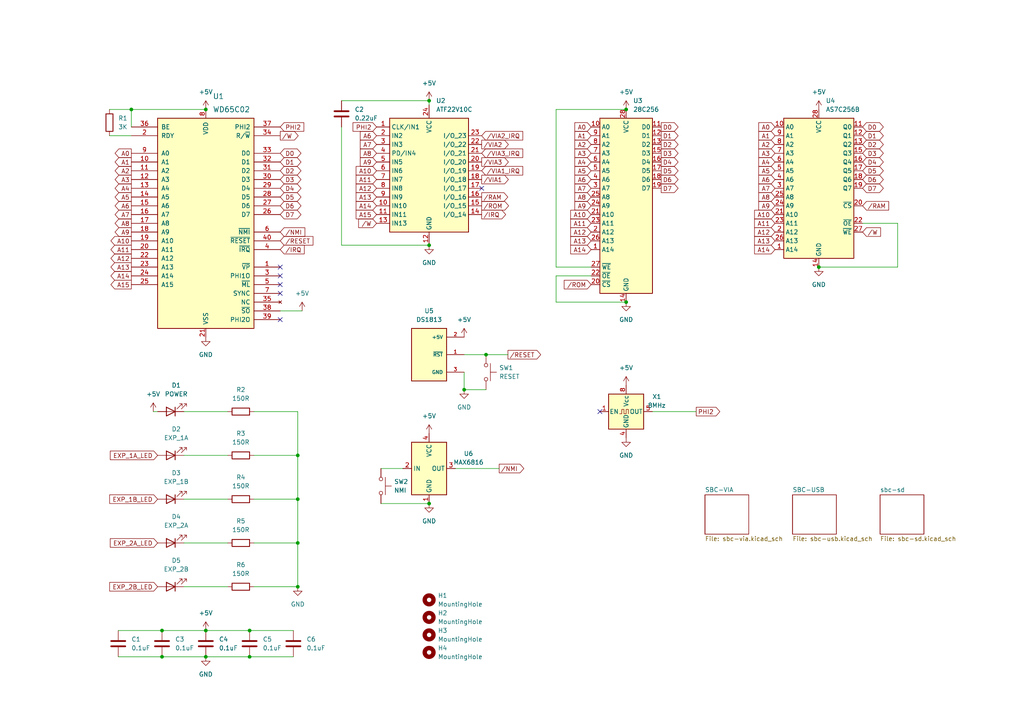
<source format=kicad_sch>
(kicad_sch (version 20211123) (generator eeschema)
  (paper "A4")
  (title_block (title "6502 SBC") (date "2023-02-07") (rev "2.3"))
  (lib_symbols
    (symbol "Device:C" (pin_numbers hide) (pin_names (offset 0.254))
      (property "Reference" "C" (at 0.635 2.54 0))
      (property "Value" "C" (at 0.635 -2.54 0))
      (symbol "C_0_1"
        (polyline (pts (xy -2.032 -0.762) (xy 2.032 -0.762)) (stroke (width 0.508)))
        (polyline (pts (xy -2.032 0.762) (xy 2.032 0.762)) (stroke (width 0.508)))
      )
      (symbol "C_1_1"
        (pin passive line (at 0 3.81 270) (length 2.794) (name "~") (number "1"))
        (pin passive line (at 0 -3.81 90) (length 2.794) (name "~") (number "2"))
      )
    )
    (symbol "Device:LED" (pin_numbers hide) (pin_names (offset 1.016) hide)
      (property "Reference" "D" (at 0 2.54 0))
      (property "Value" "LED" (at 0 -2.54 0))
      (symbol "LED_0_1"
        (polyline (pts (xy -1.27 -1.27) (xy -1.27 1.27)) (stroke (width 0.254)))
        (polyline (pts (xy -1.27 0) (xy 1.27 0)))
        (polyline (pts (xy 1.27 -1.27) (xy 1.27 1.27) (xy -1.27 0) (xy 1.27 -1.27)) (stroke (width 0.254)))
        (polyline (pts (xy -3.048 -0.762) (xy -4.572 -2.286) (xy -3.81 -2.286) (xy -4.572 -2.286) (xy -4.572 -1.524)))
        (polyline (pts (xy -1.778 -0.762) (xy -3.302 -2.286) (xy -2.54 -2.286) (xy -3.302 -2.286) (xy -3.302 -1.524)))
      )
      (symbol "LED_1_1"
        (pin passive line (at -3.81 0 0) (length 2.54) (name "K") (number "1"))
        (pin passive line (at 3.81 0 180) (length 2.54) (name "A") (number "2"))
      )
    )
    (symbol "Device:R" (pin_numbers hide) (pin_names (offset 0))
      (property "Reference" "R" (at 2.032 0 90))
      (property "Value" "R" (at 0 0 90))
      (symbol "R_0_1"
        (rectangle (start -1.016 -2.54) (end 1.016 2.54) (stroke (width 0.254)))
      )
      (symbol "R_1_1"
        (pin passive line (at 0 3.81 270) (length 1.27) (name "~") (number "1"))
        (pin passive line (at 0 -3.81 90) (length 1.27) (name "~") (number "2"))
      )
    )
    (symbol "Interface:MAX6816"
      (property "Reference" "U" (at 2.54 8.89 0))
      (property "Value" "MAX6816" (at 5.08 -8.89 0))
      (symbol "MAX6816_0_1"
        (rectangle (start -5.08 7.62) (end 5.08 -7.62) (stroke (width 0.254)) (fill (type background)))
      )
      (symbol "MAX6816_1_1"
        (pin power_in line (at 0 -10.16 90) (length 2.54) (name "GND") (number "1"))
        (pin input line (at -7.62 0 0) (length 2.54) (name "IN") (number "2"))
        (pin output line (at 7.62 0 180) (length 2.54) (name "OUT") (number "3"))
        (pin power_in line (at 0 10.16 270) (length 2.54) (name "VCC") (number "4"))
      )
    )
    (symbol "Mechanical:MountingHole" (pin_names (offset 1.016))
      (property "Reference" "H" (at 0 5.08 0))
      (property "Value" "MountingHole" (at 0 3.175 0))
      (symbol "MountingHole_0_1"
        (circle (center 0 0) (radius 1.27) (stroke (width 1.27)))
      )
    )
    (symbol "Memory_EEPROM:28C256"
      (property "Reference" "U" (at -7.62 26.67 0))
      (property "Value" "28C256" (at 2.54 -26.67 0))
      (symbol "28C256_1_1"
        (rectangle (start -7.62 25.4) (end 7.62 -25.4) (stroke (width 0.254)) (fill (type background)))
        (pin input line (at -10.16 -12.7 0) (length 2.54) (name "A14") (number "1"))
        (pin input line (at -10.16 22.86 0) (length 2.54) (name "A0") (number "10"))
        (pin tri_state line (at 10.16 22.86 180) (length 2.54) (name "D0") (number "11"))
        (pin tri_state line (at 10.16 20.32 180) (length 2.54) (name "D1") (number "12"))
        (pin tri_state line (at 10.16 17.78 180) (length 2.54) (name "D2") (number "13"))
        (pin power_in line (at 0 -27.94 90) (length 2.54) (name "GND") (number "14"))
        (pin tri_state line (at 10.16 15.24 180) (length 2.54) (name "D3") (number "15"))
        (pin tri_state line (at 10.16 12.7 180) (length 2.54) (name "D4") (number "16"))
        (pin tri_state line (at 10.16 10.16 180) (length 2.54) (name "D5") (number "17"))
        (pin tri_state line (at 10.16 7.62 180) (length 2.54) (name "D6") (number "18"))
        (pin tri_state line (at 10.16 5.08 180) (length 2.54) (name "D7") (number "19"))
        (pin input line (at -10.16 -7.62 0) (length 2.54) (name "A12") (number "2"))
        (pin input line (at -10.16 -22.86 0) (length 2.54) (name "~{CS}") (number "20"))
        (pin input line (at -10.16 -2.54 0) (length 2.54) (name "A10") (number "21"))
        (pin input line (at -10.16 -20.32 0) (length 2.54) (name "~{OE}") (number "22"))
        (pin input line (at -10.16 -5.08 0) (length 2.54) (name "A11") (number "23"))
        (pin input line (at -10.16 0 0) (length 2.54) (name "A9") (number "24"))
        (pin input line (at -10.16 2.54 0) (length 2.54) (name "A8") (number "25"))
        (pin input line (at -10.16 -10.16 0) (length 2.54) (name "A13") (number "26"))
        (pin input line (at -10.16 -17.78 0) (length 2.54) (name "~{WE}") (number "27"))
        (pin power_in line (at 0 27.94 270) (length 2.54) (name "VCC") (number "28"))
        (pin input line (at -10.16 5.08 0) (length 2.54) (name "A7") (number "3"))
        (pin input line (at -10.16 7.62 0) (length 2.54) (name "A6") (number "4"))
        (pin input line (at -10.16 10.16 0) (length 2.54) (name "A5") (number "5"))
        (pin input line (at -10.16 12.7 0) (length 2.54) (name "A4") (number "6"))
        (pin input line (at -10.16 15.24 0) (length 2.54) (name "A3") (number "7"))
        (pin input line (at -10.16 17.78 0) (length 2.54) (name "A2") (number "8"))
        (pin input line (at -10.16 20.32 0) (length 2.54) (name "A1") (number "9"))
      )
    )
    (symbol "Memory_RAM:HM62256BLP"
      (property "Reference" "U" (at -10.16 20.955 0))
      (property "Value" "HM62256BLP" (at 2.54 20.955 0))
      (symbol "HM62256BLP_0_0"
        (pin power_in line (at 0 -22.86 90) (length 2.54) (name "GND") (number "14"))
        (pin power_in line (at 0 22.86 270) (length 2.54) (name "VCC") (number "28"))
      )
      (symbol "HM62256BLP_0_1"
        (rectangle (start -10.16 20.32) (end 10.16 -20.32) (stroke (width 0.254)) (fill (type background)))
      )
      (symbol "HM62256BLP_1_1"
        (pin input line (at -12.7 -17.78 0) (length 2.54) (name "A14") (number "1"))
        (pin input line (at -12.7 17.78 0) (length 2.54) (name "A0") (number "10"))
        (pin tri_state line (at 12.7 17.78 180) (length 2.54) (name "Q0") (number "11"))
        (pin tri_state line (at 12.7 15.24 180) (length 2.54) (name "Q1") (number "12"))
        (pin tri_state line (at 12.7 12.7 180) (length 2.54) (name "Q2") (number "13"))
        (pin tri_state line (at 12.7 10.16 180) (length 2.54) (name "Q3") (number "15"))
        (pin tri_state line (at 12.7 7.62 180) (length 2.54) (name "Q4") (number "16"))
        (pin tri_state line (at 12.7 5.08 180) (length 2.54) (name "Q5") (number "17"))
        (pin tri_state line (at 12.7 2.54 180) (length 2.54) (name "Q6") (number "18"))
        (pin tri_state line (at 12.7 0 180) (length 2.54) (name "Q7") (number "19"))
        (pin input line (at -12.7 -12.7 0) (length 2.54) (name "A12") (number "2"))
        (pin input line (at 12.7 -5.08 180) (length 2.54) (name "~{CS}") (number "20"))
        (pin input line (at -12.7 -7.62 0) (length 2.54) (name "A10") (number "21"))
        (pin input line (at 12.7 -10.16 180) (length 2.54) (name "~{OE}") (number "22"))
        (pin input line (at -12.7 -10.16 0) (length 2.54) (name "A11") (number "23"))
        (pin input line (at -12.7 -5.08 0) (length 2.54) (name "A9") (number "24"))
        (pin input line (at -12.7 -2.54 0) (length 2.54) (name "A8") (number "25"))
        (pin input line (at -12.7 -15.24 0) (length 2.54) (name "A13") (number "26"))
        (pin input line (at 12.7 -12.7 180) (length 2.54) (name "~{WE}") (number "27"))
        (pin input line (at -12.7 0 0) (length 2.54) (name "A7") (number "3"))
        (pin input line (at -12.7 2.54 0) (length 2.54) (name "A6") (number "4"))
        (pin input line (at -12.7 5.08 0) (length 2.54) (name "A5") (number "5"))
        (pin input line (at -12.7 7.62 0) (length 2.54) (name "A4") (number "6"))
        (pin input line (at -12.7 10.16 0) (length 2.54) (name "A3") (number "7"))
        (pin input line (at -12.7 12.7 0) (length 2.54) (name "A2") (number "8"))
        (pin input line (at -12.7 15.24 0) (length 2.54) (name "A1") (number "9"))
      )
    )
    (symbol "Oscillator:CXO_DIP8" (pin_names (offset 0.254))
      (property "Reference" "X" (at -5.08 6.35 0))
      (property "Value" "CXO_DIP8" (at 1.27 -6.35 0))
      (symbol "CXO_DIP8_0_1"
        (rectangle (start -5.08 5.08) (end 5.08 -5.08) (stroke (width 0.254)) (fill (type background)))
        (polyline (pts (xy -1.905 -0.635) (xy -1.27 -0.635) (xy -1.27 0.635) (xy -0.635 0.635) (xy -0.635 -0.635) (xy 0 -0.635) (xy 0 0.635) (xy 0.635 0.635) (xy 0.635 -0.635)))
      )
      (symbol "CXO_DIP8_1_1"
        (pin input line (at -7.62 0 0) (length 2.54) (name "EN") (number "1"))
        (pin power_in line (at 0 -7.62 90) (length 2.54) (name "GND") (number "4"))
        (pin output line (at 7.62 0 180) (length 2.54) (name "OUT") (number "5"))
        (pin power_in line (at 0 7.62 270) (length 2.54) (name "Vcc") (number "8"))
      )
    )
    (symbol "Project_Logic_Programmable:ATF22V10C"
      (property "Reference" "U" (at -11.43 19.05 0))
      (property "Value" "ATF22V10C" (at 0 0 90))
      (symbol "ATF22V10C_0_1"
        (rectangle (start -11.43 17.78) (end 11.43 -15.24) (stroke (width 0.254)) (fill (type background)))
      )
      (symbol "ATF22V10C_1_1"
        (pin input line (at -15.24 15.24 0) (length 3.81) (name "CLK/IN1") (number "1"))
        (pin input line (at -15.24 -7.62 0) (length 3.81) (name "IN10") (number "10"))
        (pin input line (at -15.24 -10.16 0) (length 3.81) (name "IN11") (number "11"))
        (pin power_in line (at 0 -19.05 90) (length 3.81) (name "GND") (number "12"))
        (pin input line (at -15.24 -12.7 0) (length 3.81) (name "IN13") (number "13"))
        (pin bidirectional line (at 15.24 -10.16 180) (length 3.81) (name "I/O_14") (number "14"))
        (pin bidirectional line (at 15.24 -7.62 180) (length 3.81) (name "I/O_15") (number "15"))
        (pin bidirectional line (at 15.24 -5.08 180) (length 3.81) (name "I/O_16") (number "16"))
        (pin bidirectional line (at 15.24 -2.54 180) (length 3.81) (name "I/O_17") (number "17"))
        (pin bidirectional line (at 15.24 0 180) (length 3.81) (name "I/O_18") (number "18"))
        (pin bidirectional line (at 15.24 2.54 180) (length 3.81) (name "I/O_19") (number "19"))
        (pin input line (at -15.24 12.7 0) (length 3.81) (name "IN2") (number "2"))
        (pin bidirectional line (at 15.24 5.08 180) (length 3.81) (name "I/O_20") (number "20"))
        (pin bidirectional line (at 15.24 7.62 180) (length 3.81) (name "I/O_21") (number "21"))
        (pin bidirectional line (at 15.24 10.16 180) (length 3.81) (name "I/O_22") (number "22"))
        (pin bidirectional line (at 15.24 12.7 180) (length 3.81) (name "I/O_23") (number "23"))
        (pin power_in line (at 0 21.59 270) (length 3.81) (name "VCC") (number "24"))
        (pin input line (at -15.24 10.16 0) (length 3.81) (name "IN3") (number "3"))
        (pin input line (at -15.24 7.62 0) (length 3.81) (name "PD/IN4") (number "4"))
        (pin input line (at -15.24 5.08 0) (length 3.81) (name "IN5") (number "5"))
        (pin input line (at -15.24 2.54 0) (length 3.81) (name "IN6") (number "6"))
        (pin input line (at -15.24 0 0) (length 3.81) (name "IN7") (number "7"))
        (pin input line (at -15.24 -2.54 0) (length 3.81) (name "IN8") (number "8"))
        (pin input line (at -15.24 -5.08 0) (length 3.81) (name "IN9") (number "9"))
      )
    )
    (symbol "Project_MCU_WD_65Cxx:WD65C02" (pin_names (offset 1.016))
      (property "Reference" "U" (at -13.97 31.75 0))
      (property "Value" "WD65C02" (at 0 0 0))
      (symbol "WD65C02_0_1"
        (rectangle (start -13.97 30.48) (end 13.97 -30.48) (stroke (width 0.254)) (fill (type background)))
      )
      (symbol "WD65C02_1_1"
        (pin output line (at 21.59 -12.7 180) (length 7.62) (name "~{VP}") (number "1"))
        (pin output line (at -21.59 17.78 0) (length 7.62) (name "A1") (number "10"))
        (pin output line (at -21.59 15.24 0) (length 7.62) (name "A2") (number "11"))
        (pin output line (at -21.59 12.7 0) (length 7.62) (name "A3") (number "12"))
        (pin output line (at -21.59 10.16 0) (length 7.62) (name "A4") (number "13"))
        (pin output line (at -21.59 7.62 0) (length 7.62) (name "A5") (number "14"))
        (pin output line (at -21.59 5.08 0) (length 7.62) (name "A6") (number "15"))
        (pin output line (at -21.59 2.54 0) (length 7.62) (name "A7") (number "16"))
        (pin output line (at -21.59 0 0) (length 7.62) (name "A8") (number "17"))
        (pin output line (at -21.59 -2.54 0) (length 7.62) (name "A9") (number "18"))
        (pin output line (at -21.59 -5.08 0) (length 7.62) (name "A10") (number "19"))
        (pin bidirectional line (at -21.59 25.4 0) (length 7.62) (name "RDY") (number "2"))
        (pin output line (at -21.59 -7.62 0) (length 7.62) (name "A11") (number "20"))
        (pin power_in line (at 0 -33.02 90) (length 2.54) (name "VSS") (number "21"))
        (pin output line (at -21.59 -10.16 0) (length 7.62) (name "A12") (number "22"))
        (pin output line (at -21.59 -12.7 0) (length 7.62) (name "A13") (number "23"))
        (pin output line (at -21.59 -15.24 0) (length 7.62) (name "A14") (number "24"))
        (pin output line (at -21.59 -17.78 0) (length 7.62) (name "A15") (number "25"))
        (pin tri_state line (at 21.59 2.54 180) (length 7.62) (name "D7") (number "26"))
        (pin tri_state line (at 21.59 5.08 180) (length 7.62) (name "D6") (number "27"))
        (pin tri_state line (at 21.59 7.62 180) (length 7.62) (name "D5") (number "28"))
        (pin tri_state line (at 21.59 10.16 180) (length 7.62) (name "D4") (number "29"))
        (pin output line (at 21.59 -15.24 180) (length 7.62) (name "PHI1O") (number "3"))
        (pin tri_state line (at 21.59 12.7 180) (length 7.62) (name "D3") (number "30"))
        (pin tri_state line (at 21.59 15.24 180) (length 7.62) (name "D2") (number "31"))
        (pin tri_state line (at 21.59 17.78 180) (length 7.62) (name "D1") (number "32"))
        (pin tri_state line (at 21.59 20.32 180) (length 7.62) (name "D0") (number "33"))
        (pin output line (at 21.59 25.4 180) (length 7.62) (name "R/~{W}") (number "34"))
        (pin no_connect line (at 21.59 -22.86 180) (length 7.62) (name "NC") (number "35"))
        (pin input line (at -21.59 27.94 0) (length 7.62) (name "BE") (number "36"))
        (pin input line (at 21.59 27.94 180) (length 7.62) (name "PHI2") (number "37"))
        (pin input line (at 21.59 -25.4 180) (length 7.62) (name "~{SO}") (number "38"))
        (pin output line (at 21.59 -27.94 180) (length 7.62) (name "PHI2O") (number "39"))
        (pin input line (at 21.59 -7.62 180) (length 7.62) (name "~{IRQ}") (number "4"))
        (pin input line (at 21.59 -5.08 180) (length 7.62) (name "~{RESET}") (number "40"))
        (pin output line (at 21.59 -17.78 180) (length 7.62) (name "~{ML}") (number "5"))
        (pin input line (at 21.59 -2.54 180) (length 7.62) (name "~{NMI}") (number "6"))
        (pin output line (at 21.59 -20.32 180) (length 7.62) (name "SYNC") (number "7"))
        (pin power_in line (at 0 33.02 270) (length 2.54) (name "VDD") (number "8"))
        (pin output line (at -21.59 20.32 0) (length 7.62) (name "A0") (number "9"))
      )
    )
    (symbol "Project_Power_Supervisor:DS1813" (pin_names (offset 1.016))
      (property "Reference" "U" (at -5.08 7.62 0))
      (property "Value" "DS1813" (at 0 0 90))
      (symbol "DS1813_0_1"
        (rectangle (start -5.08 7.62) (end 5.08 -7.62) (stroke (width 0.254)) (fill (type background)))
      )
      (symbol "DS1813_1_1"
        (pin output line (at 10.16 0 180) (length 5.08) (name "~{RST}") (number "1"))
        (pin power_in line (at 10.16 5.08 180) (length 5.08) (name "+5V") (number "2"))
        (pin power_in line (at 10.16 -5.08 180) (length 5.08) (name "GND") (number "3"))
      )
    )
    (symbol "Switch:SW_Push" (pin_numbers hide) (pin_names (offset 1.016) hide)
      (property "Reference" "SW" (at 1.27 2.54 0))
      (property "Value" "SW_Push" (at 0 -1.524 0))
      (symbol "SW_Push_0_1"
        (circle (center -2.032 0) (radius 0.508))
        (polyline (pts (xy 0 1.27) (xy 0 3.048)))
        (polyline (pts (xy 2.54 1.27) (xy -2.54 1.27)))
        (circle (center 2.032 0) (radius 0.508))
        (pin passive line (at -5.08 0 0) (length 2.54) (name "1") (number "1"))
        (pin passive line (at 5.08 0 180) (length 2.54) (name "2") (number "2"))
      )
    )
    (symbol "power:+5V" (power) (pin_names (offset 0))
      (property "Value" "+5V" (at 0 3.556 0))
      (symbol "+5V_0_1"
        (polyline (pts (xy -0.762 1.27) (xy 0 2.54)))
        (polyline (pts (xy 0 0) (xy 0 2.54)))
        (polyline (pts (xy 0 2.54) (xy 0.762 1.27)))
      )
      (symbol "+5V_1_1"
        (pin power_in line (at 0 0 90) (length 0) hide (name "+5V") (number "1"))
      )
    )
    (symbol "power:GND" (power) (pin_names (offset 0))
      (property "Value" "GND" (at 0 -3.81 0))
      (symbol "GND_0_1"
        (polyline (pts (xy 0 0) (xy 0 -1.27) (xy 1.27 -1.27) (xy 0 -2.54) (xy -1.27 -1.27) (xy 0 -1.27)))
      )
      (symbol "GND_1_1"
        (pin power_in line (at 0 0 270) (length 0) hide (name "GND") (number "1"))
      )
    )
  )
  (junction (at 59.69 190.5))
  (junction (at 86.36 132.08))
  (junction (at 237.49 77.47))
  (junction (at 181.61 31.75))
  (junction (at 86.36 170.18))
  (junction (at 72.39 190.5))
  (junction (at 124.46 146.05))
  (junction (at 140.97 102.87))
  (junction (at 59.69 182.88))
  (junction (at 46.99 182.88))
  (junction (at 124.46 71.12))
  (junction (at 86.36 157.48))
  (junction (at 134.62 113.03))
  (junction (at 59.69 31.75))
  (junction (at 124.46 29.21))
  (junction (at 86.36 144.78))
  (junction (at 72.39 182.88))
  (junction (at 46.99 190.5))
  (junction (at 38.1 31.75))
  (junction (at 181.61 87.63))
  (no_connect (at 139.7 54.61))
  (no_connect (at 81.28 77.47))
  (no_connect (at 81.28 92.71))
  (no_connect (at 81.28 80.01))
  (no_connect (at 81.28 82.55))
  (no_connect (at 81.28 85.09))
  (no_connect (at 173.99 119.38))
  (wire (pts (xy 140.97 102.87) (xy 147.32 102.87)))
  (wire (pts (xy 86.36 132.08) (xy 86.36 144.78)))
  (wire (pts (xy 260.35 77.47) (xy 237.49 77.47)))
  (wire (pts (xy 73.66 170.18) (xy 86.36 170.18)))
  (wire (pts (xy 44.45 119.38) (xy 45.72 119.38)))
  (wire (pts (xy 73.66 144.78) (xy 86.36 144.78)))
  (wire (pts (xy 31.75 39.37) (xy 38.1 39.37)))
  (wire (pts (xy 72.39 190.5) (xy 85.09 190.5)))
  (wire (pts (xy 134.62 102.87) (xy 140.97 102.87)))
  (wire (pts (xy 73.66 119.38) (xy 86.36 119.38)))
  (wire (pts (xy 110.49 135.89) (xy 116.84 135.89)))
  (wire (pts (xy 99.06 29.21) (xy 124.46 29.21)))
  (wire (pts (xy 38.1 31.75) (xy 59.69 31.75)))
  (wire (pts (xy 86.36 119.38) (xy 86.36 132.08)))
  (wire (pts (xy 53.34 170.18) (xy 66.04 170.18)))
  (wire (pts (xy 86.36 144.78) (xy 86.36 157.48)))
  (wire (pts (xy 72.39 182.88) (xy 85.09 182.88)))
  (wire (pts (xy 260.35 64.77) (xy 260.35 77.47)))
  (wire (pts (xy 53.34 157.48) (xy 66.04 157.48)))
  (wire (pts (xy 46.99 182.88) (xy 59.69 182.88)))
  (wire (pts (xy 59.69 182.88) (xy 72.39 182.88)))
  (wire (pts (xy 110.49 146.05) (xy 124.46 146.05)))
  (wire (pts (xy 161.29 77.47) (xy 161.29 31.75)))
  (wire (pts (xy 99.06 36.83) (xy 99.06 71.12)))
  (wire (pts (xy 34.29 182.88) (xy 46.99 182.88)))
  (wire (pts (xy 59.69 190.5) (xy 72.39 190.5)))
  (wire (pts (xy 161.29 77.47) (xy 171.45 77.47)))
  (wire (pts (xy 53.34 144.78) (xy 66.04 144.78)))
  (wire (pts (xy 250.19 64.77) (xy 260.35 64.77)))
  (wire (pts (xy 86.36 157.48) (xy 86.36 170.18)))
  (wire (pts (xy 73.66 132.08) (xy 86.36 132.08)))
  (wire (pts (xy 161.29 80.01) (xy 161.29 87.63)))
  (wire (pts (xy 132.08 135.89) (xy 144.78 135.89)))
  (wire (pts (xy 171.45 80.01) (xy 161.29 80.01)))
  (wire (pts (xy 66.04 119.38) (xy 53.34 119.38)))
  (wire (pts (xy 189.23 119.38) (xy 201.93 119.38)))
  (wire (pts (xy 31.75 31.75) (xy 38.1 31.75)))
  (wire (pts (xy 161.29 87.63) (xy 181.61 87.63)))
  (wire (pts (xy 134.62 113.03) (xy 140.97 113.03)))
  (wire (pts (xy 124.46 29.21) (xy 124.46 30.48)))
  (wire (pts (xy 161.29 31.75) (xy 181.61 31.75)))
  (wire (pts (xy 38.1 36.83) (xy 38.1 31.75)))
  (wire (pts (xy 99.06 71.12) (xy 124.46 71.12)))
  (wire (pts (xy 73.66 157.48) (xy 86.36 157.48)))
  (wire (pts (xy 53.34 132.08) (xy 66.04 132.08)))
  (wire (pts (xy 34.29 190.5) (xy 46.99 190.5)))
  (wire (pts (xy 46.99 190.5) (xy 59.69 190.5)))
  (wire (pts (xy 81.28 90.17) (xy 87.63 90.17)))
  (wire (pts (xy 134.62 107.95) (xy 134.62 113.03)))
  (global_label "A10" (shape output) (at 38.1 69.85 180) (property "Intersheet References" "${INTERSHEET_REFS}" (effects hide)))
  (global_label "PHI2" (shape output) (at 201.93 119.38 0) (property "Intersheet References" "${INTERSHEET_REFS}" (effects hide)))
  (global_label "A13" (shape output) (at 38.1 77.47 180) (property "Intersheet References" "${INTERSHEET_REFS}" (effects hide)))
  (global_label "A8" (shape input) (at 224.79 57.15 180) (property "Intersheet References" "${INTERSHEET_REFS}" (effects hide)))
  (global_label "A4" (shape output) (at 38.1 54.61 180) (property "Intersheet References" "${INTERSHEET_REFS}" (effects hide)))
  (global_label "A11" (shape input) (at 109.22 52.07 180) (property "Intersheet References" "${INTERSHEET_REFS}" (effects hide)))
  (global_label "A10" (shape input) (at 171.45 62.23 180) (property "Intersheet References" "${INTERSHEET_REFS}" (effects hide)))
  (global_label "D6" (shape bidirectional) (at 250.19 52.07 0) (property "Intersheet References" "${INTERSHEET_REFS}" (effects hide)))
  (global_label "{slash}ROM" (shape output) (at 139.7 59.69 0) (property "Intersheet References" "${INTERSHEET_REFS}" (effects hide)))
  (global_label "A8" (shape output) (at 38.1 64.77 180) (property "Intersheet References" "${INTERSHEET_REFS}" (effects hide)))
  (global_label "A5" (shape input) (at 171.45 49.53 180) (property "Intersheet References" "${INTERSHEET_REFS}" (effects hide)))
  (global_label "{slash}VIA2_IRQ" (shape input) (at 139.7 39.37 0) (property "Intersheet References" "${INTERSHEET_REFS}" (effects hide)))
  (global_label "A4" (shape input) (at 171.45 46.99 180) (property "Intersheet References" "${INTERSHEET_REFS}" (effects hide)))
  (global_label "A5" (shape input) (at 224.79 49.53 180) (property "Intersheet References" "${INTERSHEET_REFS}" (effects hide)))
  (global_label "A9" (shape input) (at 109.22 46.99 180) (property "Intersheet References" "${INTERSHEET_REFS}" (effects hide)))
  (global_label "A9" (shape output) (at 38.1 67.31 180) (property "Intersheet References" "${INTERSHEET_REFS}" (effects hide)))
  (global_label "EXP_1A_LED" (shape input) (at 45.72 132.08 180) (property "Intersheet References" "${INTERSHEET_REFS}" (effects hide)))
  (global_label "A12" (shape input) (at 109.22 54.61 180) (property "Intersheet References" "${INTERSHEET_REFS}" (effects hide)))
  (global_label "{slash}RAM" (shape output) (at 139.7 57.15 0) (property "Intersheet References" "${INTERSHEET_REFS}" (effects hide)))
  (global_label "A7" (shape input) (at 224.79 54.61 180) (property "Intersheet References" "${INTERSHEET_REFS}" (effects hide)))
  (global_label "D6" (shape output) (at 191.77 52.07 0) (property "Intersheet References" "${INTERSHEET_REFS}" (effects hide)))
  (global_label "D3" (shape bidirectional) (at 81.28 52.07 0) (property "Intersheet References" "${INTERSHEET_REFS}" (effects hide)))
  (global_label "A6" (shape input) (at 109.22 39.37 180) (property "Intersheet References" "${INTERSHEET_REFS}" (effects hide)))
  (global_label "A3" (shape output) (at 38.1 52.07 180) (property "Intersheet References" "${INTERSHEET_REFS}" (effects hide)))
  (global_label "A12" (shape input) (at 171.45 67.31 180) (property "Intersheet References" "${INTERSHEET_REFS}" (effects hide)))
  (global_label "PHI2" (shape input) (at 109.22 36.83 180) (property "Intersheet References" "${INTERSHEET_REFS}" (effects hide)))
  (global_label "{slash}RESET" (shape output) (at 147.32 102.87 0) (property "Intersheet References" "${INTERSHEET_REFS}" (effects hide)))
  (global_label "A12" (shape output) (at 38.1 74.93 180) (property "Intersheet References" "${INTERSHEET_REFS}" (effects hide)))
  (global_label "{slash}VIA3_IRQ" (shape input) (at 139.7 44.45 0) (property "Intersheet References" "${INTERSHEET_REFS}" (effects hide)))
  (global_label "{slash}VIA3" (shape output) (at 139.7 46.99 0) (property "Intersheet References" "${INTERSHEET_REFS}" (effects hide)))
  (global_label "{slash}VIA1_IRQ" (shape input) (at 139.7 49.53 0) (property "Intersheet References" "${INTERSHEET_REFS}" (effects hide)))
  (global_label "A8" (shape input) (at 171.45 57.15 180) (property "Intersheet References" "${INTERSHEET_REFS}" (effects hide)))
  (global_label "A11" (shape input) (at 171.45 64.77 180) (property "Intersheet References" "${INTERSHEET_REFS}" (effects hide)))
  (global_label "D7" (shape bidirectional) (at 81.28 62.23 0) (property "Intersheet References" "${INTERSHEET_REFS}" (effects hide)))
  (global_label "A13" (shape input) (at 224.79 69.85 180) (property "Intersheet References" "${INTERSHEET_REFS}" (effects hide)))
  (global_label "A5" (shape output) (at 38.1 57.15 180) (property "Intersheet References" "${INTERSHEET_REFS}" (effects hide)))
  (global_label "EXP_1B_LED" (shape input) (at 45.72 144.78 180) (property "Intersheet References" "${INTERSHEET_REFS}" (effects hide)))
  (global_label "{slash}ROM" (shape input) (at 171.45 82.55 180) (property "Intersheet References" "${INTERSHEET_REFS}" (effects hide)))
  (global_label "A1" (shape output) (at 38.1 46.99 180) (property "Intersheet References" "${INTERSHEET_REFS}" (effects hide)))
  (global_label "A10" (shape input) (at 224.79 62.23 180) (property "Intersheet References" "${INTERSHEET_REFS}" (effects hide)))
  (global_label "A6" (shape input) (at 224.79 52.07 180) (property "Intersheet References" "${INTERSHEET_REFS}" (effects hide)))
  (global_label "A7" (shape output) (at 38.1 62.23 180) (property "Intersheet References" "${INTERSHEET_REFS}" (effects hide)))
  (global_label "A0" (shape input) (at 224.79 36.83 180) (property "Intersheet References" "${INTERSHEET_REFS}" (effects hide)))
  (global_label "A14" (shape input) (at 224.79 72.39 180) (property "Intersheet References" "${INTERSHEET_REFS}" (effects hide)))
  (global_label "{slash}RESET" (shape input) (at 81.28 69.85 0) (property "Intersheet References" "${INTERSHEET_REFS}" (effects hide)))
  (global_label "EXP_2A_LED" (shape input) (at 45.72 157.48 180) (property "Intersheet References" "${INTERSHEET_REFS}" (effects hide)))
  (global_label "A15" (shape output) (at 38.1 82.55 180) (property "Intersheet References" "${INTERSHEET_REFS}" (effects hide)))
  (global_label "A14" (shape input) (at 171.45 72.39 180) (property "Intersheet References" "${INTERSHEET_REFS}" (effects hide)))
  (global_label "A14" (shape output) (at 38.1 80.01 180) (property "Intersheet References" "${INTERSHEET_REFS}" (effects hide)))
  (global_label "A3" (shape input) (at 224.79 44.45 180) (property "Intersheet References" "${INTERSHEET_REFS}" (effects hide)))
  (global_label "D0" (shape bidirectional) (at 250.19 36.83 0) (property "Intersheet References" "${INTERSHEET_REFS}" (effects hide)))
  (global_label "{slash}W" (shape input) (at 109.22 64.77 180) (property "Intersheet References" "${INTERSHEET_REFS}" (effects hide)))
  (global_label "D5" (shape bidirectional) (at 81.28 57.15 0) (property "Intersheet References" "${INTERSHEET_REFS}" (effects hide)))
  (global_label "{slash}W" (shape output) (at 81.28 39.37 0) (property "Intersheet References" "${INTERSHEET_REFS}" (effects hide)))
  (global_label "A0" (shape input) (at 171.45 36.83 180) (property "Intersheet References" "${INTERSHEET_REFS}" (effects hide)))
  (global_label "A15" (shape input) (at 109.22 62.23 180) (property "Intersheet References" "${INTERSHEET_REFS}" (effects hide)))
  (global_label "A14" (shape input) (at 109.22 59.69 180) (property "Intersheet References" "${INTERSHEET_REFS}" (effects hide)))
  (global_label "A2" (shape output) (at 38.1 49.53 180) (property "Intersheet References" "${INTERSHEET_REFS}" (effects hide)))
  (global_label "A1" (shape input) (at 224.79 39.37 180) (property "Intersheet References" "${INTERSHEET_REFS}" (effects hide)))
  (global_label "A9" (shape input) (at 224.79 59.69 180) (property "Intersheet References" "${INTERSHEET_REFS}" (effects hide)))
  (global_label "D3" (shape output) (at 191.77 44.45 0) (property "Intersheet References" "${INTERSHEET_REFS}" (effects hide)))
  (global_label "D4" (shape bidirectional) (at 250.19 46.99 0) (property "Intersheet References" "${INTERSHEET_REFS}" (effects hide)))
  (global_label "A2" (shape input) (at 171.45 41.91 180) (property "Intersheet References" "${INTERSHEET_REFS}" (effects hide)))
  (global_label "A13" (shape input) (at 109.22 57.15 180) (property "Intersheet References" "${INTERSHEET_REFS}" (effects hide)))
  (global_label "A6" (shape output) (at 38.1 59.69 180) (property "Intersheet References" "${INTERSHEET_REFS}" (effects hide)))
  (global_label "A10" (shape input) (at 109.22 49.53 180) (property "Intersheet References" "${INTERSHEET_REFS}" (effects hide)))
  (global_label "D1" (shape bidirectional) (at 250.19 39.37 0) (property "Intersheet References" "${INTERSHEET_REFS}" (effects hide)))
  (global_label "D7" (shape bidirectional) (at 250.19 54.61 0) (property "Intersheet References" "${INTERSHEET_REFS}" (effects hide)))
  (global_label "PHI2" (shape input) (at 81.28 36.83 0) (property "Intersheet References" "${INTERSHEET_REFS}" (effects hide)))
  (global_label "{slash}W" (shape input) (at 250.19 67.31 0) (property "Intersheet References" "${INTERSHEET_REFS}" (effects hide)))
  (global_label "D4" (shape output) (at 191.77 46.99 0) (property "Intersheet References" "${INTERSHEET_REFS}" (effects hide)))
  (global_label "{slash}VIA1" (shape output) (at 139.7 52.07 0) (property "Intersheet References" "${INTERSHEET_REFS}" (effects hide)))
  (global_label "{slash}VIA2" (shape output) (at 139.7 41.91 0) (property "Intersheet References" "${INTERSHEET_REFS}" (effects hide)))
  (global_label "{slash}RAM" (shape input) (at 250.19 59.69 0) (property "Intersheet References" "${INTERSHEET_REFS}" (effects hide)))
  (global_label "A11" (shape output) (at 38.1 72.39 180) (property "Intersheet References" "${INTERSHEET_REFS}" (effects hide)))
  (global_label "A4" (shape input) (at 224.79 46.99 180) (property "Intersheet References" "${INTERSHEET_REFS}" (effects hide)))
  (global_label "A7" (shape input) (at 109.22 41.91 180) (property "Intersheet References" "${INTERSHEET_REFS}" (effects hide)))
  (global_label "A11" (shape input) (at 224.79 64.77 180) (property "Intersheet References" "${INTERSHEET_REFS}" (effects hide)))
  (global_label "{slash}NMI" (shape input) (at 81.28 67.31 0) (property "Intersheet References" "${INTERSHEET_REFS}" (effects hide)))
  (global_label "D0" (shape output) (at 191.77 36.83 0) (property "Intersheet References" "${INTERSHEET_REFS}" (effects hide)))
  (global_label "A7" (shape input) (at 171.45 54.61 180) (property "Intersheet References" "${INTERSHEET_REFS}" (effects hide)))
  (global_label "A2" (shape input) (at 224.79 41.91 180) (property "Intersheet References" "${INTERSHEET_REFS}" (effects hide)))
  (global_label "D5" (shape bidirectional) (at 250.19 49.53 0) (property "Intersheet References" "${INTERSHEET_REFS}" (effects hide)))
  (global_label "D0" (shape bidirectional) (at 81.28 44.45 0) (property "Intersheet References" "${INTERSHEET_REFS}" (effects hide)))
  (global_label "A0" (shape output) (at 38.1 44.45 180) (property "Intersheet References" "${INTERSHEET_REFS}" (effects hide)))
  (global_label "A3" (shape input) (at 171.45 44.45 180) (property "Intersheet References" "${INTERSHEET_REFS}" (effects hide)))
  (global_label "{slash}NMI" (shape output) (at 144.78 135.89 0) (property "Intersheet References" "${INTERSHEET_REFS}" (effects hide)))
  (global_label "D1" (shape bidirectional) (at 81.28 46.99 0) (property "Intersheet References" "${INTERSHEET_REFS}" (effects hide)))
  (global_label "A9" (shape input) (at 171.45 59.69 180) (property "Intersheet References" "${INTERSHEET_REFS}" (effects hide)))
  (global_label "D3" (shape bidirectional) (at 250.19 44.45 0) (property "Intersheet References" "${INTERSHEET_REFS}" (effects hide)))
  (global_label "A8" (shape input) (at 109.22 44.45 180) (property "Intersheet References" "${INTERSHEET_REFS}" (effects hide)))
  (global_label "{slash}IRQ" (shape input) (at 81.28 72.39 0) (property "Intersheet References" "${INTERSHEET_REFS}" (effects hide)))
  (global_label "D7" (shape output) (at 191.77 54.61 0) (property "Intersheet References" "${INTERSHEET_REFS}" (effects hide)))
  (global_label "A13" (shape input) (at 171.45 69.85 180) (property "Intersheet References" "${INTERSHEET_REFS}" (effects hide)))
  (global_label "D1" (shape output) (at 191.77 39.37 0) (property "Intersheet References" "${INTERSHEET_REFS}" (effects hide)))
  (global_label "A6" (shape input) (at 171.45 52.07 180) (property "Intersheet References" "${INTERSHEET_REFS}" (effects hide)))
  (global_label "D2" (shape output) (at 191.77 41.91 0) (property "Intersheet References" "${INTERSHEET_REFS}" (effects hide)))
  (global_label "EXP_2B_LED" (shape input) (at 45.72 170.18 180) (property "Intersheet References" "${INTERSHEET_REFS}" (effects hide)))
  (global_label "A12" (shape input) (at 224.79 67.31 180) (property "Intersheet References" "${INTERSHEET_REFS}" (effects hide)))
  (global_label "D4" (shape bidirectional) (at 81.28 54.61 0) (property "Intersheet References" "${INTERSHEET_REFS}" (effects hide)))
  (global_label "D5" (shape output) (at 191.77 49.53 0) (property "Intersheet References" "${INTERSHEET_REFS}" (effects hide)))
  (global_label "D2" (shape bidirectional) (at 250.19 41.91 0) (property "Intersheet References" "${INTERSHEET_REFS}" (effects hide)))
  (global_label "A1" (shape input) (at 171.45 39.37 180) (property "Intersheet References" "${INTERSHEET_REFS}" (effects hide)))
  (global_label "D2" (shape bidirectional) (at 81.28 49.53 0) (property "Intersheet References" "${INTERSHEET_REFS}" (effects hide)))
  (global_label "D6" (shape bidirectional) (at 81.28 59.69 0) (property "Intersheet References" "${INTERSHEET_REFS}" (effects hide)))
  (global_label "{slash}IRQ" (shape output) (at 139.7 62.23 0) (property "Intersheet References" "${INTERSHEET_REFS}" (effects hide)))
  (symbol (lib_id "Mechanical:MountingHole") (at 124.46 173.99 0) (unit 1)
    (property "Reference" "H1" (at 127 172.7199 0) (effects (justify left)))
    (property "Value" "MountingHole" (at 127 175.2599 0) (effects (justify left)))
    (property "Footprint" "MountingHole:MountingHole_2.2mm_M2_Pad" (effects hide))
  )
  (symbol (lib_id "Device:LED") (at 49.53 157.48 180) (unit 1)
    (property "Reference" "D4" (at 51.1175 149.86 0))
    (property "Value" "EXP_2A" (at 51.1175 152.4 0))
    (property "Footprint" "LED_THT:LED_Rectangular_W5.0mm_H2.0mm" (effects hide))
  )
  (symbol (lib_id "Device:C") (at 59.69 186.69 0) (unit 1)
    (property "Reference" "C4" (at 63.5 185.4199 0) (effects (justify left)))
    (property "Value" "0.1uF" (at 63.5 187.9599 0) (effects (justify left)))
    (property "Footprint" "Capacitor_SMD:C_0805_2012Metric_Pad1.18x1.45mm_HandSolder" (effects hide))
  )
  (symbol (lib_id "Project_MCU_WD_65Cxx:WD65C02") (at 59.69 64.77 0) (unit 1)
    (property "Reference" "U1" (at 61.7094 27.94 0) (effects (font (size 1.524 1.524)) (justify left)))
    (property "Value" "WD65C02" (at 61.7094 31.75 0) (effects (font (size 1.524 1.524)) (justify left)))
    (property "Footprint" "Package_DIP:DIP-40_W15.24mm_Socket" (effects hide))
    (property "Datasheet" "https://www.westerndesigncenter.com/wdc/documentation/w65c02s.pdf" (effects hide))
  )
  (symbol (lib_id "Device:R") (at 69.85 144.78 90) (unit 1)
    (property "Reference" "R4" (at 69.85 138.43 90))
    (property "Value" "150R" (at 69.85 140.97 90))
    (property "Footprint" "Resistor_SMD:R_0805_2012Metric_Pad1.20x1.40mm_HandSolder" (effects hide))
  )
  (symbol (lib_id "Device:R") (at 69.85 119.38 90) (unit 1)
    (property "Reference" "R2" (at 69.85 113.03 90))
    (property "Value" "150R" (at 69.85 115.57 90))
    (property "Footprint" "Resistor_SMD:R_0805_2012Metric_Pad1.20x1.40mm_HandSolder" (effects hide))
  )
  (symbol (lib_id "Device:LED") (at 49.53 170.18 180) (unit 1)
    (property "Reference" "D5" (at 51.1175 162.56 0))
    (property "Value" "EXP_2B" (at 51.1175 165.1 0))
    (property "Footprint" "LED_THT:LED_Rectangular_W5.0mm_H2.0mm" (effects hide))
  )
  (symbol (lib_id "Switch:SW_Push") (at 110.49 140.97 270) (unit 1)
    (property "Reference" "SW2" (at 114.3 139.6999 90) (effects (justify left)))
    (property "Value" "NMI" (at 114.3 142.2399 90) (effects (justify left)))
    (property "Footprint" "Button_Switch_THT:SW_PUSH_6mm_H4.3mm" (effects hide))
  )
  (symbol (lib_id "power:+5V") (at 59.69 31.75 0) (unit 1)
    (property "Reference" "#PWR0103" (effects hide))
    (property "Value" "+5V" (at 59.69 26.67 0))
  )
  (symbol (lib_id "power:GND") (at 124.46 71.12 0) (unit 1)
    (property "Reference" "#PWR0115" (effects hide))
    (property "Value" "GND" (at 124.46 76.2 0))
  )
  (symbol (lib_id "Device:LED") (at 49.53 132.08 180) (unit 1)
    (property "Reference" "D2" (at 51.1175 124.46 0))
    (property "Value" "EXP_1A" (at 51.1175 127 0))
    (property "Footprint" "LED_THT:LED_Rectangular_W5.0mm_H2.0mm" (effects hide))
  )
  (symbol (lib_id "Mechanical:MountingHole") (at 124.46 189.23 0) (unit 1)
    (property "Reference" "H4" (at 127 187.9599 0) (effects (justify left)))
    (property "Value" "MountingHole" (at 127 190.4999 0) (effects (justify left)))
    (property "Footprint" "MountingHole:MountingHole_2.2mm_M2_Pad" (effects hide))
  )
  (symbol (lib_id "Memory_EEPROM:28C256") (at 181.61 59.69 0) (unit 1)
    (property "Reference" "U3" (at 183.6294 29.21 0) (effects (justify left)))
    (property "Value" "28C256" (at 183.6294 31.75 0) (effects (justify left)))
    (property "Footprint" "Package_DIP:DIP-28_W15.24mm_Socket" (effects hide))
    (property "Datasheet" "http://ww1.microchip.com/downloads/en/DeviceDoc/doc0006.pdf" (effects hide))
  )
  (symbol (lib_id "power:GND") (at 181.61 87.63 0) (unit 1)
    (property "Reference" "#PWR0102" (effects hide))
    (property "Value" "GND" (at 181.61 92.71 0))
  )
  (symbol (lib_id "power:GND") (at 59.69 97.79 0) (unit 1)
    (property "Reference" "#PWR0105" (effects hide))
    (property "Value" "GND" (at 59.69 102.87 0))
  )
  (symbol (lib_id "power:GND") (at 124.46 146.05 0) (unit 1)
    (property "Reference" "#PWR0109" (effects hide))
    (property "Value" "GND" (at 124.46 151.13 0))
  )
  (symbol (lib_id "Device:C") (at 72.39 186.69 0) (unit 1)
    (property "Reference" "C5" (at 76.2 185.4199 0) (effects (justify left)))
    (property "Value" "0.1uF" (at 76.2 187.9599 0) (effects (justify left)))
    (property "Footprint" "Capacitor_SMD:C_0805_2012Metric_Pad1.18x1.45mm_HandSolder" (effects hide))
  )
  (symbol (lib_id "Mechanical:MountingHole") (at 124.46 184.15 0) (unit 1)
    (property "Reference" "H3" (at 127 182.8799 0) (effects (justify left)))
    (property "Value" "MountingHole" (at 127 185.4199 0) (effects (justify left)))
    (property "Footprint" "MountingHole:MountingHole_2.2mm_M2_Pad" (effects hide))
  )
  (symbol (lib_id "power:GND") (at 237.49 77.47 0) (unit 1)
    (property "Reference" "#PWR0112" (effects hide))
    (property "Value" "GND" (at 237.49 82.55 0))
  )
  (symbol (lib_id "power:+5V") (at 134.62 97.79 0) (unit 1)
    (property "Reference" "#PWR0107" (effects hide))
    (property "Value" "+5V" (at 134.62 92.71 0))
  )
  (symbol (lib_id "Oscillator:CXO_DIP8") (at 181.61 119.38 0) (unit 1)
    (property "Reference" "X1" (at 190.5 115.0493 0))
    (property "Value" "8MHz" (at 190.5 117.5893 0))
    (property "Footprint" "Oscillator:Oscillator_DIP-8" (effects hide))
    (property "Datasheet" "http://cdn-reichelt.de/documents/datenblatt/B400/OSZI.pdf" (effects hide))
  )
  (symbol (lib_id "power:+5V") (at 237.49 31.75 0) (unit 1)
    (property "Reference" "#PWR0113" (effects hide))
    (property "Value" "+5V" (at 237.49 26.67 0))
  )
  (symbol (lib_id "Device:R") (at 31.75 35.56 0) (unit 1)
    (property "Reference" "R1" (at 34.29 34.2899 0) (effects (justify left)))
    (property "Value" "3K" (at 34.29 36.8299 0) (effects (justify left)))
    (property "Footprint" "Resistor_SMD:R_0805_2012Metric_Pad1.20x1.40mm_HandSolder" (effects hide))
  )
  (symbol (lib_id "Device:LED") (at 49.53 119.38 180) (unit 1)
    (property "Reference" "D1" (at 51.1175 111.76 0))
    (property "Value" "POWER" (at 51.1175 114.3 0))
    (property "Footprint" "LED_THT:LED_Rectangular_W5.0mm_H2.0mm" (effects hide))
  )
  (symbol (lib_id "power:+5V") (at 181.61 111.76 0) (unit 1)
    (property "Reference" "#PWR0104" (effects hide))
    (property "Value" "+5V" (at 181.61 106.68 0))
  )
  (symbol (lib_id "power:GND") (at 59.69 190.5 0) (unit 1)
    (property "Reference" "#PWR0139" (effects hide))
    (property "Value" "GND" (at 59.69 195.58 0))
  )
  (symbol (lib_id "power:+5V") (at 124.46 29.21 0) (unit 1)
    (property "Reference" "#PWR0114" (effects hide))
    (property "Value" "+5V" (at 124.46 24.13 0))
  )
  (symbol (lib_id "Device:C") (at 99.06 33.02 0) (unit 1)
    (property "Reference" "C2" (at 102.87 31.7499 0) (effects (justify left)))
    (property "Value" "0.22uF" (at 102.87 34.2899 0) (effects (justify left)))
    (property "Footprint" "Capacitor_SMD:C_0805_2012Metric_Pad1.18x1.45mm_HandSolder" (effects hide))
  )
  (symbol (lib_id "power:GND") (at 134.62 113.03 0) (unit 1)
    (property "Reference" "#PWR0108" (effects hide))
    (property "Value" "GND" (at 134.62 118.11 0))
  )
  (symbol (lib_id "Device:LED") (at 49.53 144.78 180) (unit 1)
    (property "Reference" "D3" (at 51.1175 137.16 0))
    (property "Value" "EXP_1B" (at 51.1175 139.7 0))
    (property "Footprint" "LED_THT:LED_Rectangular_W5.0mm_H2.0mm" (effects hide))
  )
  (symbol (lib_id "power:+5V") (at 181.61 31.75 0) (unit 1)
    (property "Reference" "#PWR0111" (effects hide))
    (property "Value" "+5V" (at 181.61 26.67 0))
  )
  (symbol (lib_id "Device:R") (at 69.85 170.18 90) (unit 1)
    (property "Reference" "R6" (at 69.85 163.83 90))
    (property "Value" "150R" (at 69.85 166.37 90))
    (property "Footprint" "Resistor_SMD:R_0805_2012Metric_Pad1.20x1.40mm_HandSolder" (effects hide))
  )
  (symbol (lib_id "Device:C") (at 85.09 186.69 0) (unit 1)
    (property "Reference" "C6" (at 88.9 185.4199 0) (effects (justify left)))
    (property "Value" "0.1uF" (at 88.9 187.9599 0) (effects (justify left)))
    (property "Footprint" "Capacitor_SMD:C_0805_2012Metric_Pad1.18x1.45mm_HandSolder" (effects hide))
  )
  (symbol (lib_id "power:GND") (at 181.61 127 0) (unit 1)
    (property "Reference" "#PWR0106" (effects hide))
    (property "Value" "GND" (at 181.61 132.08 0))
  )
  (symbol (lib_id "power:+5V") (at 44.45 119.38 0) (unit 1)
    (property "Reference" "#PWR0138" (effects hide))
    (property "Value" "+5V" (at 44.45 114.3 0))
  )
  (symbol (lib_id "Project_Power_Supervisor:DS1813") (at 124.46 102.87 0) (unit 1)
    (property "Reference" "U5" (at 124.46 90.17 0))
    (property "Value" "DS1813" (at 124.46 92.71 0))
    (property "Footprint" "Package_TO_SOT_SMD:SOT-23_Handsoldering" (effects hide))
    (property "Datasheet" "https://datasheets.maximintegrated.com/en/ds/DS1813.pdf" (effects hide))
  )
  (symbol (lib_id "power:+5V") (at 87.63 90.17 0) (unit 1)
    (property "Reference" "#PWR0145" (effects hide))
    (property "Value" "+5V" (at 87.63 85.09 0))
  )
  (symbol (lib_id "Device:C") (at 46.99 186.69 0) (unit 1)
    (property "Reference" "C3" (at 50.8 185.4199 0) (effects (justify left)))
    (property "Value" "0.1uF" (at 50.8 187.9599 0) (effects (justify left)))
    (property "Footprint" "Capacitor_SMD:C_0805_2012Metric_Pad1.18x1.45mm_HandSolder" (effects hide))
  )
  (symbol (lib_id "Mechanical:MountingHole") (at 124.46 179.07 0) (unit 1)
    (property "Reference" "H2" (at 127 177.7999 0) (effects (justify left)))
    (property "Value" "MountingHole" (at 127 180.3399 0) (effects (justify left)))
    (property "Footprint" "MountingHole:MountingHole_2.2mm_M2_Pad" (effects hide))
  )
  (symbol (lib_id "Switch:SW_Push") (at 140.97 107.95 270) (unit 1)
    (property "Reference" "SW1" (at 144.78 106.6799 90) (effects (justify left)))
    (property "Value" "RESET" (at 144.78 109.2199 90) (effects (justify left)))
    (property "Footprint" "Button_Switch_THT:SW_PUSH_6mm_H4.3mm" (effects hide))
  )
  (symbol (lib_id "power:+5V") (at 124.46 125.73 0) (unit 1)
    (property "Reference" "#PWR0110" (effects hide))
    (property "Value" "+5V" (at 124.46 120.65 0))
  )
  (symbol (lib_id "Project_Logic_Programmable:ATF22V10C") (at 124.46 52.07 0) (unit 1)
    (property "Reference" "U2" (at 126.4794 29.21 0) (effects (justify left)))
    (property "Value" "ATF22V10C" (at 126.4794 31.75 0) (effects (justify left)))
    (property "Footprint" "Package_DIP:DIP-24_W7.62mm_Socket" (effects hide))
    (property "Datasheet" "https://ww1.microchip.com/downloads/en/DeviceDoc/doc0735.pdf" (effects hide))
  )
  (symbol (lib_id "Device:R") (at 69.85 132.08 90) (unit 1)
    (property "Reference" "R3" (at 69.85 125.73 90))
    (property "Value" "150R" (at 69.85 128.27 90))
    (property "Footprint" "Resistor_SMD:R_0805_2012Metric_Pad1.20x1.40mm_HandSolder" (effects hide))
  )
  (symbol (lib_id "Interface:MAX6816") (at 124.46 135.89 0) (unit 1)
    (property "Reference" "U6" (at 135.89 131.5593 0))
    (property "Value" "MAX6816" (at 135.89 134.0993 0))
    (property "Footprint" "Package_TO_SOT_SMD:SOT-143_Handsoldering" (effects hide))
    (property "Datasheet" "https://datasheets.maximintegrated.com/en/ds/1896.pdf" (effects hide))
  )
  (symbol (lib_id "Memory_RAM:HM62256BLP") (at 237.49 54.61 0) (unit 1)
    (property "Reference" "U4" (at 239.5094 29.21 0) (effects (justify left)))
    (property "Value" "AS7C256B" (at 239.5094 31.75 0) (effects (justify left)))
    (property "Footprint" "Package_DIP:DIP-28_W7.62mm_Socket" (effects hide))
    (property "Datasheet" "https://web.mit.edu/6.115/www/document/62256.pdf" (effects hide))
  )
  (symbol (lib_id "power:GND") (at 86.36 170.18 0) (unit 1)
    (property "Reference" "#PWR0137" (effects hide))
    (property "Value" "GND" (at 86.36 175.26 0))
  )
  (symbol (lib_id "Device:C") (at 34.29 186.69 0) (unit 1)
    (property "Reference" "C1" (at 38.1 185.4199 0) (effects (justify left)))
    (property "Value" "0.1uF" (at 38.1 187.9599 0) (effects (justify left)))
    (property "Footprint" "Capacitor_SMD:C_0805_2012Metric_Pad1.18x1.45mm_HandSolder" (effects hide))
  )
  (symbol (lib_id "power:+5V") (at 59.69 182.88 0) (unit 1)
    (property "Reference" "#PWR0140" (effects hide))
    (property "Value" "+5V" (at 59.69 177.8 0))
  )
  (symbol (lib_id "Device:R") (at 69.85 157.48 90) (unit 1)
    (property "Reference" "R5" (at 69.85 151.13 90))
    (property "Value" "150R" (at 69.85 153.67 90))
    (property "Footprint" "Resistor_SMD:R_0805_2012Metric_Pad1.20x1.40mm_HandSolder" (effects hide))
  )
  (sheet (at 255.27 143.51) (size 12.7 11.43) (stroke (width 0.1524))
    (property "Sheet name" "sbc-sd" (at 255.27 142.7984 0) (effects (justify left bottom)))
    (property "Sheet file" "sbc-sd.kicad_sch" (at 255.27 155.5246 0) (effects (justify left top)))
  )
  (sheet (at 204.47 143.51) (size 12.7 11.43) (stroke (width 0.1524))
    (property "Sheet name" "SBC-VIA" (at 204.47 142.7984 0) (effects (justify left bottom)))
    (property "Sheet file" "sbc-via.kicad_sch" (at 204.47 155.5246 0) (effects (justify left top)))
  )
  (sheet (at 229.87 143.51) (size 12.7 11.43) (stroke (width 0.1524))
    (property "Sheet name" "SBC-USB" (at 229.87 142.7984 0) (effects (justify left bottom)))
    (property "Sheet file" "sbc-usb.kicad_sch" (at 229.87 155.5246 0) (effects (justify left top)))
  )
)
</source>
